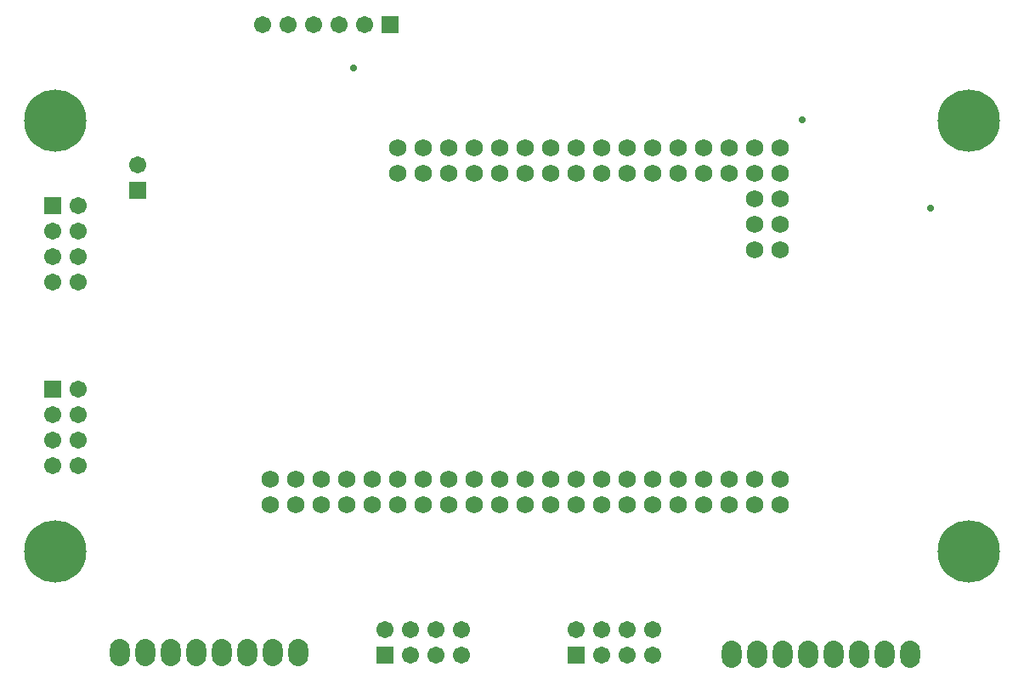
<source format=gbs>
G04 Layer_Color=16711935*
%FSLAX25Y25*%
%MOIN*%
G70*
G01*
G75*
%ADD49R,0.06706X0.06706*%
%ADD50C,0.06706*%
%ADD51R,0.06706X0.06706*%
%ADD52C,0.06800*%
%ADD53O,0.07690X0.10642*%
%ADD54C,0.24422*%
%ADD55C,0.02768*%
D49*
X147000Y262000D02*
D03*
X145000Y14685D02*
D03*
X220000D02*
D03*
D50*
X137000Y262000D02*
D03*
X127000D02*
D03*
X117000D02*
D03*
X107000D02*
D03*
X97000D02*
D03*
X48000Y207000D02*
D03*
X175000Y24685D02*
D03*
Y14685D02*
D03*
X165000Y24685D02*
D03*
Y14685D02*
D03*
X155000Y24685D02*
D03*
Y14685D02*
D03*
X145000Y24685D02*
D03*
X24500Y161000D02*
D03*
X14500D02*
D03*
X24500Y171000D02*
D03*
X14500D02*
D03*
X24500Y181000D02*
D03*
X14500D02*
D03*
X24500Y191000D02*
D03*
Y89000D02*
D03*
X14500D02*
D03*
X24500Y99000D02*
D03*
X14500D02*
D03*
X24500Y109000D02*
D03*
X14500D02*
D03*
X24500Y119000D02*
D03*
X250000Y24685D02*
D03*
Y14685D02*
D03*
X240000Y24685D02*
D03*
Y14685D02*
D03*
X230000Y24685D02*
D03*
Y14685D02*
D03*
X220000Y24685D02*
D03*
D51*
X48000Y197000D02*
D03*
X14500Y191000D02*
D03*
Y119000D02*
D03*
D52*
X150000Y73500D02*
D03*
Y83500D02*
D03*
X140000Y73500D02*
D03*
Y83500D02*
D03*
X130000Y73500D02*
D03*
Y83500D02*
D03*
X120000Y73500D02*
D03*
Y83500D02*
D03*
X110000Y73500D02*
D03*
Y83500D02*
D03*
X220000Y203500D02*
D03*
Y213500D02*
D03*
X210000Y203500D02*
D03*
Y213500D02*
D03*
X200000Y203500D02*
D03*
Y213500D02*
D03*
X190000Y203500D02*
D03*
Y213500D02*
D03*
X180000Y203500D02*
D03*
Y213500D02*
D03*
X170000Y203500D02*
D03*
Y213500D02*
D03*
X160000Y203500D02*
D03*
Y213500D02*
D03*
X150000Y203500D02*
D03*
Y213500D02*
D03*
X230000D02*
D03*
X290000Y173500D02*
D03*
X300000D02*
D03*
X290000Y183500D02*
D03*
X300000D02*
D03*
X290000Y193500D02*
D03*
X300000D02*
D03*
Y203500D02*
D03*
Y213500D02*
D03*
X290000Y203500D02*
D03*
Y213500D02*
D03*
X280000Y203500D02*
D03*
Y213500D02*
D03*
X270000Y203500D02*
D03*
Y213500D02*
D03*
X260000Y203500D02*
D03*
Y213500D02*
D03*
X250000Y203500D02*
D03*
Y213500D02*
D03*
X240000Y203500D02*
D03*
Y213500D02*
D03*
X230000Y203500D02*
D03*
X160000Y73500D02*
D03*
X300000D02*
D03*
Y83500D02*
D03*
X290000Y73500D02*
D03*
Y83500D02*
D03*
X280000Y73500D02*
D03*
Y83500D02*
D03*
X270000Y73500D02*
D03*
Y83500D02*
D03*
X260000Y73500D02*
D03*
Y83500D02*
D03*
X250000Y73500D02*
D03*
Y83500D02*
D03*
X240000Y73500D02*
D03*
Y83500D02*
D03*
X230000Y73500D02*
D03*
Y83500D02*
D03*
X220000Y73500D02*
D03*
Y83500D02*
D03*
X210000Y73500D02*
D03*
Y83500D02*
D03*
X200000Y73500D02*
D03*
Y83500D02*
D03*
X190000Y73500D02*
D03*
Y83500D02*
D03*
X180000Y73500D02*
D03*
Y83500D02*
D03*
X170000Y73500D02*
D03*
Y83500D02*
D03*
X160000D02*
D03*
X100000Y73500D02*
D03*
Y83500D02*
D03*
D53*
X51000Y15748D02*
D03*
X71000D02*
D03*
X81000D02*
D03*
X111000D02*
D03*
X101000D02*
D03*
X91000D02*
D03*
X61000D02*
D03*
X41000D02*
D03*
X291000Y15000D02*
D03*
X311000D02*
D03*
X321000D02*
D03*
X351000D02*
D03*
X341000D02*
D03*
X331000D02*
D03*
X301000D02*
D03*
X281000D02*
D03*
D54*
X15748Y55118D02*
D03*
X374016D02*
D03*
X15748Y224409D02*
D03*
X374016D02*
D03*
D55*
X308600Y224500D02*
D03*
X359100Y189800D02*
D03*
X132800Y244900D02*
D03*
M02*

</source>
